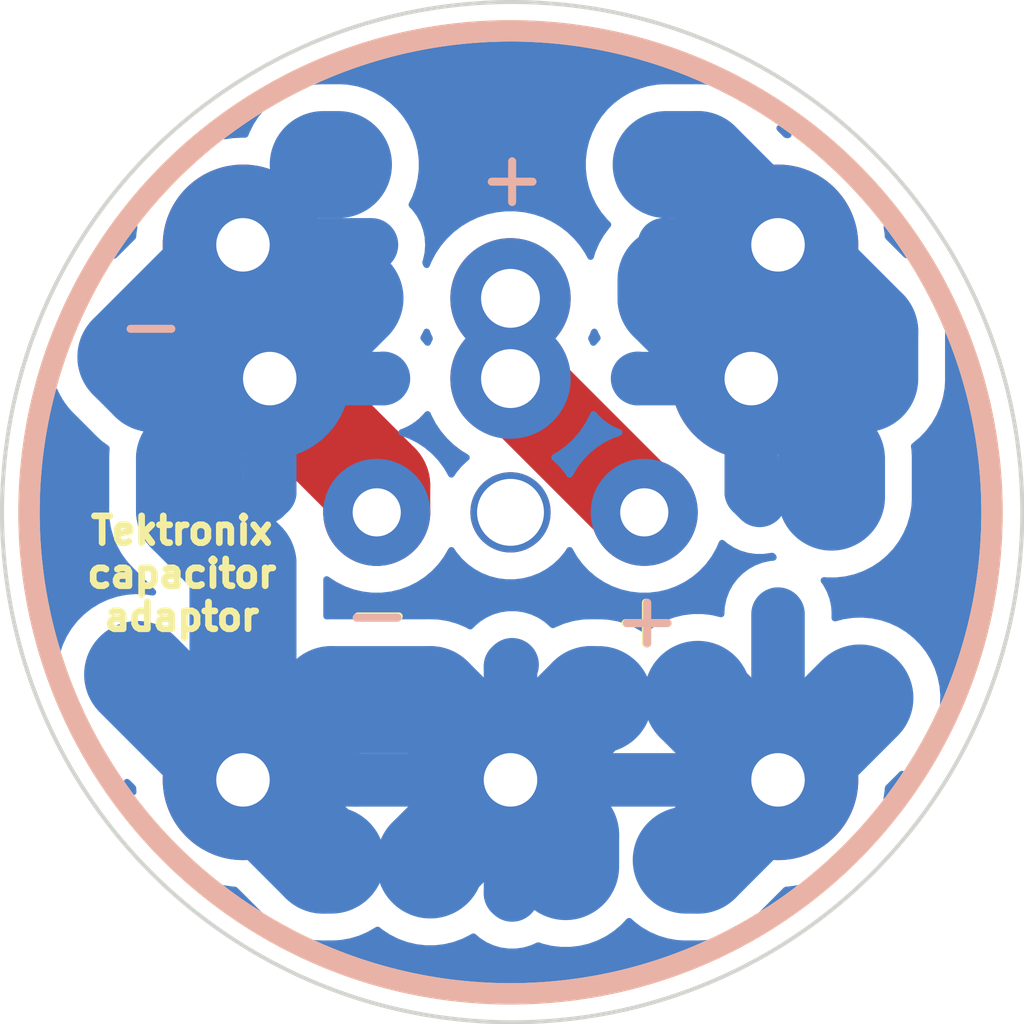
<source format=kicad_pcb>
(kicad_pcb (version 20221018) (generator pcbnew)
  (layers (0 "F.Cu" signal) (31 "B.Cu" signal) (34 "B.Paste" user) (35 "F.Paste" user) (36 "B.SilkS" user "B.Silkscreen") (37 "F.SilkS" user "F.Silkscreen") (38 "B.Mask" user) (39 "F.Mask" user) (44 "Edge.Cuts" user))
  (net 0 "")
  (footprint "tekcaps:capL" (layer "F.Cu") (at 157.224 103.568)
    (fp_text reference "REF**" hide)
    (fp_text value "tekcap" hide)
    (fp_circle (center 0 0) (end 18 0) (stroke (width 0.8)) (fill none) (layer "B.SilkS"))
    (fp_circle (center 0 0) (end 18 0) (stroke (width 0.8)) (fill none) (layer "F.SilkS"))
    (pad "" np_thru_hole circle (at 0 0) (size 3 3) (drill 2.5) (layers "*.Cu" "*.Mask"))
    (pad "1" thru_hole circle (at -10 -10) (size 6 6) (drill 2) (layers "*.Cu" "*.Mask"))
    (pad "1" thru_hole circle (at -10 10) (size 6 6) (drill 2) (layers "*.Cu" "*.Mask"))
    (pad "1" thru_hole circle (at -9 -5) (size 6 6) (drill 2) (layers "*.Cu" "*.Mask"))
    (pad "1" thru_hole circle (at -5 0) (size 4 4) (drill 1.8) (layers "*.Cu" "*.Mask"))
    (pad "1" thru_hole circle (at 0 10) (size 6 6) (drill 2) (layers "*.Cu" "*.Mask"))
    (pad "1" thru_hole circle (at 9 -5) (size 6 6) (drill 2) (layers "*.Cu" "*.Mask"))
    (pad "1" thru_hole circle (at 10 -10) (size 6 6) (drill 2) (layers "*.Cu" "*.Mask"))
    (pad "1" thru_hole circle (at 10 10) (size 6 6) (drill 2) (layers "*.Cu" "*.Mask"))
    (pad "2" thru_hole circle (at 0 -8) (size 4.5 4.5) (drill 2.2) (layers "*.Cu" "*.Mask"))
    (pad "2" thru_hole circle (at 0 -5) (size 4.5 4.5) (drill 2.2) (layers "*.Cu" "*.Mask"))
    (pad "2" thru_hole circle (at 5 0) (size 4 4) (drill 1.8) (layers "*.Cu" "*.Mask"))
  )
  (footprint "tekcaps:teklogo" (layer "B.Cu") (at 169.535 105.16 180)
    (fp_text reference "G***" hide)
    (fp_text value "LOGO" hide)
  )
  (footprint "tekcaps:logo_oshw" (layer "B.Cu") (at 145.735 105.86 180)
    (fp_text reference "G***" hide)
    (fp_text value "LOGO" hide)
  )
  (gr_circle (center 157.285 103.56) (end 173.035 114.31) (stroke (width 0.15)) (fill none) (layer "Edge.Cuts"))
  (gr_text "-" (at 143.785 96.56) (layer "B.SilkS") (effects (font (size 2 2) (thickness 0.3)) (justify mirror)))
  (gr_text "+" (at 162.335 107.56) (layer "B.SilkS") (effects (font (size 2 2) (thickness 0.3)) (justify mirror)))
  (gr_text "-" (at 152.235 107.36) (layer "B.SilkS") (effects (font (size 2 2) (thickness 0.3)) (justify mirror)))
  (gr_text "+" (at 157.285 91.06) (layer "B.SilkS") (effects (font (size 2 2) (thickness 0.3)) (justify mirror)))
  (gr_text "+" (at 162.285 107.56) (layer "F.SilkS") (effects (font (size 2 2) (thickness 0.3))))
  (gr_text "-" (at 152.285 107.31) (layer "F.SilkS") (effects (font (size 2 2) (thickness 0.3))))
  (gr_text "Tektronix\ncapacitor\nadaptor" (at 144.935 105.86) (layer "F.SilkS") (effects (font (size 1 1) (thickness 0.25))))
  (segment (start 152.224 103.568) (end 152.224 102.568) (width 4) (layer "F.Cu") (net 0))
  (segment (start 152.224 102.568) (end 148.224 98.568) (width 4) (layer "F.Cu") (net 0))
  (segment (start 157.224 98.568) (end 162.224 103.568) (width 3.6) (layer "F.Cu") (net 0))
  (segment (start 147.224 113.568) (end 143.535 109.879) (width 2) (layer "B.Cu") (net 0))
  (segment (start 147.527 113.568) (end 150.526999 110.568001) (width 4) (layer "B.Cu") (net 0))
  (segment (start 143.035 97.757) (end 143.846 98.568) (width 4) (layer "B.Cu") (net 0))
  (segment (start 152.46664 98.568) (end 152.47464 98.56) (width 2) (layer "B.Cu") (net 0))
  (segment (start 154.224001 116.749001) (end 154.224001 116.567999) (width 4) (layer "B.Cu") (net 0))
  (segment (start 147.224 113.568) (end 150.223999 116.567999) (width 4) (layer "B.Cu") (net 0))
  (segment (start 150.223999 116.567999) (end 150.527001 116.567999) (width 4) (layer "B.Cu") (net 0))
  (segment (start 147.224 113.568) (end 143.285 109.629) (width 4) (layer "B.Cu") (net 0))
  (segment (start 163.224001 94.870999) (end 163.224001 95.568001) (width 4) (layer "B.Cu") (net 0))
  (segment (start 148.224 98.568) (end 151.223999 95.568001) (width 2) (layer "B.Cu") (net 0))
  (segment (start 166.224 102.81064) (end 166.535 103.12164) (width 2) (layer "B.Cu") (net 0))
  (segment (start 147.224 105.499) (end 147.224 113.568) (width 4) (layer "B.Cu") (net 0))
  (segment (start 143.846 98.568) (end 148.224 98.568) (width 4) (layer "B.Cu") (net 0))
  (segment (start 147.224 93.568) (end 143.035 97.757) (width 4) (layer "B.Cu") (net 0))
  (segment (start 170.223999 96.567999) (end 170.223999 96.748999) (width 2) (layer "B.Cu") (net 0))
  (segment (start 157.224 113.568) (end 157.224 109.32536) (width 2) (layer "B.Cu") (net 0))
  (segment (start 148.224 102.81064) (end 148.035 102.99964) (width 2) (layer "B.Cu") (net 0))
  (segment (start 145.224001 101.567999) (end 145.224001 103.499001) (width 4) (layer "B.Cu") (net 0))
  (segment (start 166.224 98.568) (end 169.223999 101.567999) (width 2) (layer "B.Cu") (net 0))
  (segment (start 147.224 109.32536) (end 147.285 109.26436) (width 2) (layer "B.Cu") (net 0))
  (segment (start 147.224 93.568) (end 152.027 93.568) (width 2) (layer "B.Cu") (net 0))
  (segment (start 167.224 113.568) (end 167.027 113.568) (width 4) (layer "B.Cu") (net 0))
  (segment (start 151.46664 113.568) (end 167.224 113.568) (width 2) (layer "B.Cu") (net 0))
  (segment (start 147.224 113.568) (end 147.224 109.32536) (width 2) (layer "B.Cu") (net 0))
  (segment (start 170.46664 96.81064) (end 170.46664 98.568) (width 4) (layer "B.Cu") (net 0))
  (segment (start 161.98136 98.568) (end 161.97336 98.56) (width 2) (layer "B.Cu") (net 0))
  (segment (start 164.224001 110.568001) (end 167.224 113.568) (width 4) (layer "B.Cu") (net 0))
  (segment (start 167.224 113.568) (end 170.285 110.507) (width 4) (layer "B.Cu") (net 0))
  (segment (start 150.526999 110.568001) (end 154.224001 110.568001) (width 4) (layer "B.Cu") (net 0))
  (segment (start 167.224 93.568) (end 170.223999 96.567999) (width 2) (layer "B.Cu") (net 0))
  (segment (start 167.224 113.568) (end 164.224001 116.567999) (width 4) (layer "B.Cu") (net 0))
  (segment (start 147.224 93.568) (end 150.224001 96.567999) (width 4) (layer "B.Cu") (net 0))
  (segment (start 147.224 113.568) (end 151.46664 113.568) (width 2) (layer "B.Cu") (net 0))
  (segment (start 169.223999 101.567999) (end 169.292999 101.567999) (width 2) (layer "B.Cu") (net 0))
  (segment (start 157.224 113.568) (end 157.224 117.81064) (width 2) (layer "B.Cu") (net 0))
  (segment (start 145.224001 103.499001) (end 147.224 105.499) (width 4) (layer "B.Cu") (net 0))
  (segment (start 164.224001 90.568001) (end 163.043001 90.568001) (width 4) (layer "B.Cu") (net 0))
  (segment (start 166.224 98.568) (end 161.98136 98.568) (width 2) (layer "B.Cu") (net 0))
  (segment (start 166.224 98.568) (end 166.224 102.81064) (width 2) (layer "B.Cu") (net 0))
  (segment (start 145.224001 101.749001) (end 145.224001 101.567999) (width 4) (layer "B.Cu") (net 0))
  (segment (start 147.224 113.568) (end 147.527 113.568) (width 4) (layer "B.Cu") (net 0))
  (segment (start 167.224 113.568) (end 167.224 107.371) (width 2) (layer "B.Cu") (net 0))
  (segment (start 150.223999 90.568001) (end 150.793001 90.568001) (width 4) (layer "B.Cu") (net 0))
  (segment (start 167.224 93.568) (end 162.98136 93.568) (width 2) (layer "B.Cu") (net 0))
  (segment (start 166.224 98.568) (end 163.224001 95.568001) (width 4) (layer "B.Cu") (net 0))
  (segment (start 166.224 98.568) (end 170.46664 98.568) (width 2) (layer "B.Cu") (net 0))
  (segment (start 157.224 113.568) (end 160.223999 110.568001) (width 4) (layer "B.Cu") (net 0))
  (segment (start 148.224 98.568) (end 145.224001 101.567999) (width 2) (layer "B.Cu") (net 0))
  (segment (start 170.46664 98.568) (end 170.47464 98.56) (width 2) (layer "B.Cu") (net 0))
  (segment (start 157.224 117.81064) (end 157.285 117.87164) (width 2) (layer "B.Cu") (net 0))
  (segment (start 145.224001 101.567999) (end 145.027001 101.567999) (width 2) (layer "B.Cu") (net 0))
  (segment (start 147.224 93.568) (end 150.223999 90.568001) (width 2) (layer "B.Cu") (net 0))
  (segment (start 154.224001 110.568001) (end 157.224 113.568) (width 4) (layer "B.Cu") (net 0))
  (segment (start 162.98136 93.568) (end 162.97336 93.56) (width 2) (layer "B.Cu") (net 0))
  (segment (start 169.223999 101.567999) (end 169.223999 102.998999) (width 4) (layer "B.Cu") (net 0))
  (segment (start 151.223999 95.568001) (end 151.276999 95.568001) (width 2) (layer "B.Cu") (net 0))
  (segment (start 159.285 116.81) (end 159.285 115.629) (width 4) (layer "B.Cu") (net 0))
  (segment (start 148.224 98.568) (end 148.224 102.81064) (width 2) (layer "B.Cu") (net 0))
  (segment (start 163.792999 116.567999) (end 164.224001 116.567999) (width 4) (layer "B.Cu") (net 0))
  (segment (start 167.224 93.568) (end 170.46664 96.81064) (width 4) (layer "B.Cu") (net 0))
  (segment (start 164.224001 110.568001) (end 164.224001 110.370999) (width 4) (layer "B.Cu") (net 0))
  (segment (start 148.224 98.568) (end 152.46664 98.568) (width 2) (layer "B.Cu") (net 0))
  (segment (start 150.224001 96.567999) (end 151.223999 95.568001) (width 4) (layer "B.Cu") (net 0))
  (segment (start 157.224 113.568) (end 154.224001 116.567999) (width 4) (layer "B.Cu") (net 0))
  (segment (start 150.223999 90.568001) (end 150.223999 90.371001) (width 2) (layer "B.Cu") (net 0))
  (segment (start 160.223999 110.568001) (end 160.526999 110.568001) (width 4) (layer "B.Cu") (net 0))
  (segment (start 167.224 93.568) (end 164.224001 90.568001) (width 4) (layer "B.Cu") (net 0))
  (segment (start 157.224 109.32536) (end 157.285 109.26436) (width 2) (layer "B.Cu") (net 0))
  (segment (start 159.285 115.629) (end 157.224 113.568) (width 4) (layer "B.Cu") (net 0))
  (zone (net 0) (net_name "") (layer "B.Cu") (connect_pads thru_hole_only (clearance 1)) (min_thickness 0.254) (fill yes (thermal_gap 0.508) (thermal_bridge_width 0.508))
    (polygon (pts (xy 175.035 100.56) (xy 175.035 106.31) (xy 174.035 110.06) (xy 172.035 113.31) (xy 170.035 116.56) (xy 166.535 118.81) (xy 163.785 120.31) (xy 161.035 121.31) (xy 155.035 121.31) (xy 149.785 120.06) (xy 146.535 118.06) (xy 143.785 115.31) (xy 140.785 110.56) (xy 139.285 106.31) (xy 139.535 101.06) (xy 140.785 96.06) (xy 144.285 91.06) (xy 148.535 87.81) (xy 153.785 85.81) (xy 159.535 85.81) (xy 165.035 87.31) (xy 170.535 91.56) (xy 173.285 95.56)))
  )
)
</source>
